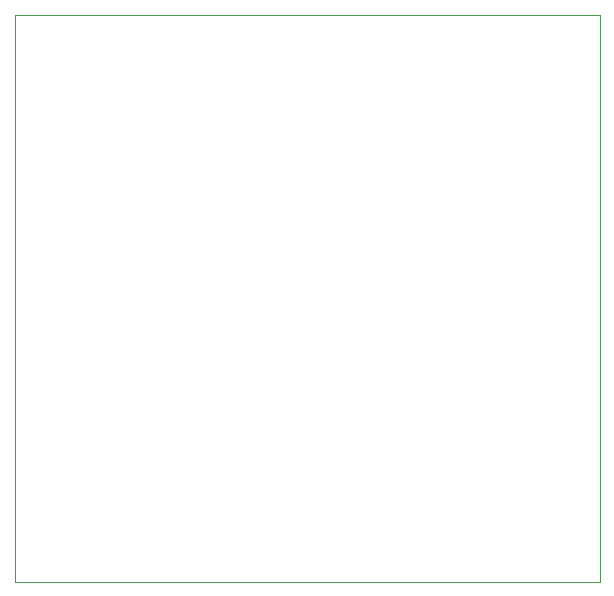
<source format=gm1>
G04 #@! TF.GenerationSoftware,KiCad,Pcbnew,8.0.1*
G04 #@! TF.CreationDate,2024-05-12T16:17:47-04:00*
G04 #@! TF.ProjectId,recyclobot,72656379-636c-46f6-926f-742e6b696361,rev?*
G04 #@! TF.SameCoordinates,Original*
G04 #@! TF.FileFunction,Profile,NP*
%FSLAX46Y46*%
G04 Gerber Fmt 4.6, Leading zero omitted, Abs format (unit mm)*
G04 Created by KiCad (PCBNEW 8.0.1) date 2024-05-12 16:17:47*
%MOMM*%
%LPD*%
G01*
G04 APERTURE LIST*
G04 #@! TA.AperFunction,Profile*
%ADD10C,0.050000*%
G04 #@! TD*
G04 APERTURE END LIST*
D10*
X152000000Y-79000000D02*
X152000000Y-127000000D01*
X102500000Y-127000000D02*
X102500000Y-79000000D01*
X151000000Y-127000000D02*
X102500000Y-127000000D01*
X102500000Y-79000000D02*
X152000000Y-79000000D01*
X152000000Y-127000000D02*
X151000000Y-127000000D01*
M02*

</source>
